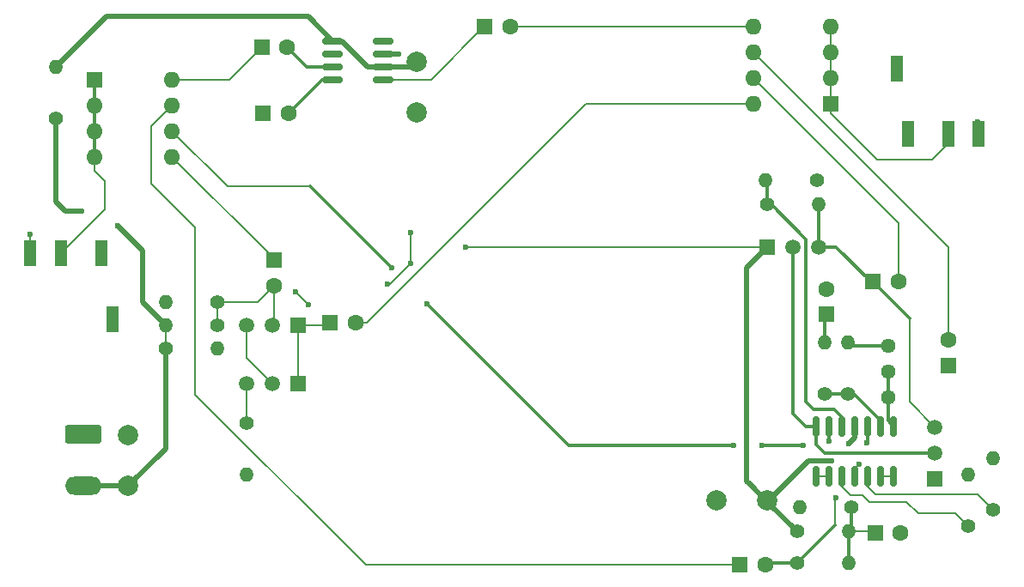
<source format=gbr>
%TF.GenerationSoftware,KiCad,Pcbnew,8.0.6*%
%TF.CreationDate,2025-02-24T21:09:14+02:00*%
%TF.ProjectId,Amplicator_1,416d706c-6963-4617-946f-725f312e6b69,rev?*%
%TF.SameCoordinates,Original*%
%TF.FileFunction,Copper,L1,Top*%
%TF.FilePolarity,Positive*%
%FSLAX46Y46*%
G04 Gerber Fmt 4.6, Leading zero omitted, Abs format (unit mm)*
G04 Created by KiCad (PCBNEW 8.0.6) date 2025-02-24 21:09:14*
%MOMM*%
%LPD*%
G01*
G04 APERTURE LIST*
G04 Aperture macros list*
%AMRoundRect*
0 Rectangle with rounded corners*
0 $1 Rounding radius*
0 $2 $3 $4 $5 $6 $7 $8 $9 X,Y pos of 4 corners*
0 Add a 4 corners polygon primitive as box body*
4,1,4,$2,$3,$4,$5,$6,$7,$8,$9,$2,$3,0*
0 Add four circle primitives for the rounded corners*
1,1,$1+$1,$2,$3*
1,1,$1+$1,$4,$5*
1,1,$1+$1,$6,$7*
1,1,$1+$1,$8,$9*
0 Add four rect primitives between the rounded corners*
20,1,$1+$1,$2,$3,$4,$5,0*
20,1,$1+$1,$4,$5,$6,$7,0*
20,1,$1+$1,$6,$7,$8,$9,0*
20,1,$1+$1,$8,$9,$2,$3,0*%
G04 Aperture macros list end*
%TA.AperFunction,ComponentPad*%
%ADD10C,1.400000*%
%TD*%
%TA.AperFunction,ComponentPad*%
%ADD11O,1.400000X1.400000*%
%TD*%
%TA.AperFunction,ComponentPad*%
%ADD12RoundRect,0.250000X-1.550000X0.650000X-1.550000X-0.650000X1.550000X-0.650000X1.550000X0.650000X0*%
%TD*%
%TA.AperFunction,ComponentPad*%
%ADD13O,3.600000X1.800000*%
%TD*%
%TA.AperFunction,ComponentPad*%
%ADD14C,2.000000*%
%TD*%
%TA.AperFunction,ComponentPad*%
%ADD15R,1.600000X1.600000*%
%TD*%
%TA.AperFunction,ComponentPad*%
%ADD16C,1.600000*%
%TD*%
%TA.AperFunction,ComponentPad*%
%ADD17C,1.440000*%
%TD*%
%TA.AperFunction,ComponentPad*%
%ADD18R,1.500000X1.500000*%
%TD*%
%TA.AperFunction,ComponentPad*%
%ADD19C,1.500000*%
%TD*%
%TA.AperFunction,SMDPad,CuDef*%
%ADD20RoundRect,0.150000X-0.150000X0.825000X-0.150000X-0.825000X0.150000X-0.825000X0.150000X0.825000X0*%
%TD*%
%TA.AperFunction,ComponentPad*%
%ADD21O,1.600000X1.600000*%
%TD*%
%TA.AperFunction,SMDPad,CuDef*%
%ADD22RoundRect,0.150000X-0.825000X-0.150000X0.825000X-0.150000X0.825000X0.150000X-0.825000X0.150000X0*%
%TD*%
%TA.AperFunction,SMDPad,CuDef*%
%ADD23R,1.200000X2.500000*%
%TD*%
%TA.AperFunction,ViaPad*%
%ADD24C,0.600000*%
%TD*%
%TA.AperFunction,Conductor*%
%ADD25C,0.500000*%
%TD*%
%TA.AperFunction,Conductor*%
%ADD26C,0.200000*%
%TD*%
%TA.AperFunction,Conductor*%
%ADD27C,0.300000*%
%TD*%
G04 APERTURE END LIST*
D10*
%TO.P,R10,1*%
%TO.N,Net-(U4D-+)*%
X145796000Y-135890000D03*
D11*
%TO.P,R10,2*%
%TO.N,GND*%
X145796000Y-130810000D03*
%TD*%
D10*
%TO.P,R9,1*%
%TO.N,Net-(U4C-+)*%
X143383000Y-137541000D03*
D11*
%TO.P,R9,2*%
%TO.N,GND*%
X143383000Y-132461000D03*
%TD*%
D12*
%TO.P,J3,1,Pin_1*%
%TO.N,GND*%
X56145500Y-128452000D03*
D13*
%TO.P,J3,2,Pin_2*%
%TO.N,12V*%
X56145500Y-133532000D03*
%TD*%
D14*
%TO.P,C5,1*%
%TO.N,GND*%
X118531000Y-135001000D03*
%TO.P,C5,2*%
%TO.N,12V*%
X123531000Y-135001000D03*
%TD*%
%TO.P,C4,1*%
%TO.N,GND*%
X89027000Y-96734000D03*
%TO.P,C4,2*%
%TO.N,+5V*%
X89027000Y-91734000D03*
%TD*%
%TO.P,C3,1*%
%TO.N,12V*%
X60579000Y-133564000D03*
%TO.P,C3,2*%
%TO.N,GND*%
X60579000Y-128564000D03*
%TD*%
D15*
%TO.P,C2,1*%
%TO.N,Net-(U2-OUT+)*%
X95695888Y-88265000D03*
D16*
%TO.P,C2,2*%
%TO.N,/O4*%
X98195888Y-88265000D03*
%TD*%
D15*
%TO.P,C11,1*%
%TO.N,Net-(Q3-C)*%
X80455888Y-117475000D03*
D16*
%TO.P,C11,2*%
%TO.N,/O1*%
X82955888Y-117475000D03*
%TD*%
D17*
%TO.P,RV3,1,1*%
%TO.N,Net-(R3-Pad2)*%
X135434000Y-119776000D03*
%TO.P,RV3,2,2*%
%TO.N,Net-(C8-Pad1)*%
X135434000Y-122316000D03*
%TO.P,RV3,3,3*%
X135434000Y-124856000D03*
%TD*%
D10*
%TO.P,R1,1*%
%TO.N,Net-(U4A--)*%
X129211000Y-124460000D03*
D11*
%TO.P,R1,2*%
%TO.N,Net-(C7-Pad1)*%
X129211000Y-119380000D03*
%TD*%
D10*
%TO.P,R26,1*%
%TO.N,12V*%
X64259563Y-120023000D03*
D11*
%TO.P,R26,2*%
%TO.N,Net-(Q3-C)*%
X69339563Y-120023000D03*
%TD*%
D15*
%TO.P,C8,1*%
%TO.N,Net-(C8-Pad1)*%
X141403000Y-121681000D03*
D16*
%TO.P,C8,2*%
%TO.N,/O3*%
X141403000Y-119181000D03*
%TD*%
D10*
%TO.P,R2,1*%
%TO.N,Net-(U4B-+)*%
X123496000Y-105806000D03*
D11*
%TO.P,R2,2*%
%TO.N,Net-(Q1-E)*%
X128576000Y-105806000D03*
%TD*%
D15*
%TO.P,C7,1*%
%TO.N,Net-(C7-Pad1)*%
X129338000Y-116663112D03*
D16*
%TO.P,C7,2*%
%TO.N,GND*%
X129338000Y-114163112D03*
%TD*%
D18*
%TO.P,Q1,1,C*%
%TO.N,GND*%
X140060000Y-132842000D03*
D19*
%TO.P,Q1,2,B*%
%TO.N,Net-(Q1-B)*%
X140060000Y-130302000D03*
%TO.P,Q1,3,E*%
%TO.N,Net-(Q1-E)*%
X140060000Y-127762000D03*
%TD*%
D15*
%TO.P,C9,1*%
%TO.N,/Rr2*%
X120829000Y-141366000D03*
D16*
%TO.P,C9,2*%
%TO.N,Net-(U4A-+)*%
X123329000Y-141366000D03*
%TD*%
D20*
%TO.P,U4,1*%
%TO.N,Net-(C8-Pad1)*%
X136004112Y-127715000D03*
%TO.P,U4,2,-*%
%TO.N,Net-(U4A--)*%
X134734112Y-127715000D03*
%TO.P,U4,3,+*%
%TO.N,Net-(U4A-+)*%
X133464112Y-127715000D03*
%TO.P,U4,4,V+*%
%TO.N,12V*%
X132194112Y-127715000D03*
%TO.P,U4,5,+*%
%TO.N,Net-(U4B-+)*%
X130924112Y-127715000D03*
%TO.P,U4,6,-*%
%TO.N,/Rr3*%
X129654112Y-127715000D03*
%TO.P,U4,7*%
%TO.N,Net-(Q1-B)*%
X128384112Y-127715000D03*
%TO.P,U4,8*%
%TO.N,Net-(U4C--)*%
X128384112Y-132665000D03*
%TO.P,U4,9,-*%
X129654112Y-132665000D03*
%TO.P,U4,10,+*%
%TO.N,Net-(U4C-+)*%
X130924112Y-132665000D03*
%TO.P,U4,11,V-*%
%TO.N,GND*%
X132194112Y-132665000D03*
%TO.P,U4,12,+*%
%TO.N,Net-(U4D-+)*%
X133464112Y-132665000D03*
%TO.P,U4,13,-*%
%TO.N,Net-(U4D--)*%
X134734112Y-132665000D03*
%TO.P,U4,14*%
X136004112Y-132665000D03*
%TD*%
D10*
%TO.P,R4,1*%
%TO.N,GND*%
X128449000Y-103393000D03*
D11*
%TO.P,R4,2*%
%TO.N,Net-(U4B-+)*%
X123369000Y-103393000D03*
%TD*%
D15*
%TO.P,C1,1*%
%TO.N,Net-(Q1-E)*%
X133974888Y-113426000D03*
D16*
%TO.P,C1,2*%
%TO.N,/O2*%
X136474888Y-113426000D03*
%TD*%
D18*
%TO.P,Q4,1,C*%
%TO.N,Net-(Q3-C)*%
X77343000Y-117729000D03*
D19*
%TO.P,Q4,2,B*%
%TO.N,Net-(Q4-B)*%
X74803000Y-117729000D03*
%TO.P,Q4,3,E*%
%TO.N,Net-(Q3-B)*%
X72263000Y-117729000D03*
%TD*%
D15*
%TO.P,SW3,1*%
%TO.N,Net-(J2-PadR1)*%
X129794000Y-95885000D03*
D21*
%TO.P,SW3,2*%
X129794000Y-93345000D03*
%TO.P,SW3,3*%
X129794000Y-90805000D03*
%TO.P,SW3,4*%
X129794000Y-88265000D03*
%TO.P,SW3,5*%
%TO.N,/O4*%
X122174000Y-88265000D03*
%TO.P,SW3,6*%
%TO.N,/O3*%
X122174000Y-90805000D03*
%TO.P,SW3,7*%
%TO.N,/O2*%
X122174000Y-93345000D03*
%TO.P,SW3,8*%
%TO.N,/O1*%
X122174000Y-95885000D03*
%TD*%
D10*
%TO.P,R6,1*%
%TO.N,12V*%
X126479112Y-138039000D03*
D11*
%TO.P,R6,2*%
%TO.N,Net-(C10-Pad1)*%
X131559112Y-138039000D03*
%TD*%
D10*
%TO.P,R27,1*%
%TO.N,Net-(Q4-B)*%
X69342000Y-115443000D03*
D11*
%TO.P,R27,2*%
%TO.N,GND*%
X64262000Y-115443000D03*
%TD*%
D18*
%TO.P,Q2,1,C*%
%TO.N,12V*%
X123496000Y-109976000D03*
D19*
%TO.P,Q2,2,B*%
%TO.N,Net-(Q1-B)*%
X126036000Y-109976000D03*
%TO.P,Q2,3,E*%
%TO.N,Net-(Q1-E)*%
X128576000Y-109976000D03*
%TD*%
D18*
%TO.P,Q3,1,C*%
%TO.N,Net-(Q3-C)*%
X77343000Y-123519000D03*
D19*
%TO.P,Q3,2,B*%
%TO.N,Net-(Q3-B)*%
X74803000Y-123519000D03*
%TO.P,Q3,3,E*%
%TO.N,Net-(Q3-E)*%
X72263000Y-123519000D03*
%TD*%
D10*
%TO.P,R25,1*%
%TO.N,Net-(Q4-B)*%
X69342000Y-117729000D03*
D11*
%TO.P,R25,2*%
%TO.N,12V*%
X64262000Y-117729000D03*
%TD*%
D22*
%TO.P,U2,1,~{SD}*%
%TO.N,+5V*%
X80710001Y-89662000D03*
%TO.P,U2,2,NC*%
%TO.N,unconnected-(U2-NC-Pad2)*%
X80710001Y-90932000D03*
%TO.P,U2,3,IN+*%
%TO.N,Net-(U2-IN+)*%
X80710001Y-92202000D03*
%TO.P,U2,4,IN-*%
%TO.N,Net-(U2-IN-)*%
X80710001Y-93472000D03*
%TO.P,U2,5,OUT+*%
%TO.N,Net-(U2-OUT+)*%
X85660001Y-93472000D03*
%TO.P,U2,6,VDD*%
%TO.N,+5V*%
X85660001Y-92202000D03*
%TO.P,U2,7,GND*%
%TO.N,GND*%
X85660001Y-90932000D03*
%TO.P,U2,8,OUT-*%
%TO.N,unconnected-(U2-OUT--Pad8)*%
X85660001Y-89662000D03*
%TD*%
D15*
%TO.P,SW2,1*%
%TO.N,Net-(J1-PadR1)*%
X57277000Y-93472000D03*
D21*
%TO.P,SW2,2*%
X57277000Y-96012000D03*
%TO.P,SW2,3*%
X57277000Y-98552000D03*
%TO.P,SW2,4*%
X57277000Y-101092000D03*
%TO.P,SW2,5*%
%TO.N,/Rr4*%
X64897000Y-101092000D03*
%TO.P,SW2,6*%
%TO.N,/Rr3*%
X64897000Y-98552000D03*
%TO.P,SW2,7*%
%TO.N,/Rr2*%
X64897000Y-96012000D03*
%TO.P,SW2,8*%
%TO.N,/Rr1*%
X64897000Y-93472000D03*
%TD*%
D10*
%TO.P,R3,1*%
%TO.N,Net-(U4A--)*%
X131497000Y-124460000D03*
D11*
%TO.P,R3,2*%
%TO.N,Net-(R3-Pad2)*%
X131497000Y-119380000D03*
%TD*%
D10*
%TO.P,R28,1*%
%TO.N,Net-(Q3-E)*%
X72263000Y-127381000D03*
D11*
%TO.P,R28,2*%
%TO.N,GND*%
X72263000Y-132461000D03*
%TD*%
D23*
%TO.P,J1,T*%
%TO.N,unconnected-(J1-PadT)*%
X57927000Y-110617000D03*
%TO.P,J1,S*%
%TO.N,unconnected-(J1-PadS)*%
X59027000Y-117117000D03*
%TO.P,J1,R2*%
%TO.N,GND*%
X50927000Y-110617000D03*
%TO.P,J1,R1*%
%TO.N,Net-(J1-PadR1)*%
X53927000Y-110617000D03*
%TD*%
D10*
%TO.P,R5,1*%
%TO.N,Net-(C10-Pad1)*%
X131813112Y-135651000D03*
D11*
%TO.P,R5,2*%
%TO.N,GND*%
X126733112Y-135651000D03*
%TD*%
D15*
%TO.P,C13,1*%
%TO.N,GND*%
X73851888Y-96774000D03*
D16*
%TO.P,C13,2*%
%TO.N,Net-(U2-IN-)*%
X76351888Y-96774000D03*
%TD*%
D15*
%TO.P,C10,1*%
%TO.N,Net-(C10-Pad1)*%
X134176888Y-138176000D03*
D16*
%TO.P,C10,2*%
%TO.N,GND*%
X136676888Y-138176000D03*
%TD*%
D23*
%TO.P,J2,R1*%
%TO.N,Net-(J2-PadR1)*%
X141374000Y-98881000D03*
%TO.P,J2,R2*%
%TO.N,GND*%
X144374000Y-98881000D03*
%TO.P,J2,S*%
%TO.N,unconnected-(J2-PadS)*%
X136274000Y-92381000D03*
%TO.P,J2,T*%
%TO.N,unconnected-(J2-PadT)*%
X137374000Y-98881000D03*
%TD*%
D15*
%TO.P,C18,1*%
%TO.N,/Rr4*%
X74930000Y-111316887D03*
D16*
%TO.P,C18,2*%
%TO.N,Net-(Q4-B)*%
X74930000Y-113816887D03*
%TD*%
D10*
%TO.P,R8,1*%
%TO.N,12V*%
X53467000Y-97282000D03*
D11*
%TO.P,R8,2*%
%TO.N,+5V*%
X53467000Y-92202000D03*
%TD*%
D10*
%TO.P,R7,1*%
%TO.N,Net-(U4A-+)*%
X126479112Y-141189000D03*
D11*
%TO.P,R7,2*%
%TO.N,Net-(C10-Pad1)*%
X131559112Y-141189000D03*
%TD*%
D15*
%TO.P,C12,1*%
%TO.N,/Rr1*%
X73724888Y-90297000D03*
D16*
%TO.P,C12,2*%
%TO.N,Net-(U2-IN+)*%
X76224888Y-90297000D03*
%TD*%
D24*
%TO.N,GND*%
X78359000Y-115697000D03*
X77089000Y-114427000D03*
X86106000Y-113665000D03*
X88392000Y-108585000D03*
X88392000Y-111633000D03*
%TO.N,12V*%
X93853000Y-109982000D03*
X131572000Y-129413000D03*
X129921000Y-131094000D03*
%TO.N,GND*%
X132588000Y-131445000D03*
%TO.N,12V*%
X59499500Y-107886500D03*
X56007000Y-106426000D03*
%TO.N,GND*%
X50927000Y-108712000D03*
X87249000Y-90932000D03*
X144272000Y-97663000D03*
%TO.N,Net-(U4A-+)*%
X133350000Y-129286000D03*
%TO.N,/Rr3*%
X120269000Y-129540000D03*
X123063000Y-129540000D03*
X127127000Y-129540000D03*
X90043000Y-115570000D03*
X86550500Y-112077500D03*
X129667000Y-129159000D03*
%TO.N,Net-(U4A-+)*%
X130302000Y-134747000D03*
%TD*%
D25*
%TO.N,+5V*%
X88559000Y-92202000D02*
X89027000Y-91734000D01*
X85660001Y-92202000D02*
X88559000Y-92202000D01*
D26*
%TO.N,Net-(J1-PadR1)*%
X57277000Y-102489000D02*
X57277000Y-101092000D01*
X58293000Y-103505000D02*
X57277000Y-102489000D01*
%TO.N,Net-(U4D--)*%
X134734112Y-132665000D02*
X136004112Y-132665000D01*
%TO.N,Net-(U4C--)*%
X128384112Y-132665000D02*
X129654112Y-132665000D01*
D25*
%TO.N,12V*%
X64259563Y-129883437D02*
X64259563Y-120023000D01*
X60579000Y-133564000D02*
X64259563Y-129883437D01*
D26*
X60547000Y-133532000D02*
X60579000Y-133564000D01*
D25*
X56145500Y-133532000D02*
X60547000Y-133532000D01*
D26*
%TO.N,Net-(U4D-+)*%
X133464112Y-133639999D02*
X133464112Y-132665000D01*
X134190113Y-134366000D02*
X133464112Y-133639999D01*
X145796000Y-135890000D02*
X144272000Y-134366000D01*
X144272000Y-134366000D02*
X134190113Y-134366000D01*
%TO.N,Net-(U4C-+)*%
X130924112Y-133639999D02*
X130924112Y-132665000D01*
X131777113Y-134493000D02*
X130924112Y-133639999D01*
X137287000Y-135128000D02*
X133604000Y-135128000D01*
X138430000Y-136271000D02*
X137287000Y-135128000D01*
X132969000Y-134493000D02*
X131777113Y-134493000D01*
X142113000Y-136271000D02*
X138430000Y-136271000D01*
X143383000Y-137541000D02*
X142113000Y-136271000D01*
X133604000Y-135128000D02*
X132969000Y-134493000D01*
D27*
%TO.N,Net-(Q1-B)*%
X129174000Y-130317000D02*
X128384112Y-129527112D01*
X131602239Y-130302000D02*
X131587239Y-130317000D01*
X140060000Y-130302000D02*
X131602239Y-130302000D01*
X131587239Y-130317000D02*
X129174000Y-130317000D01*
X128384112Y-129527112D02*
X128384112Y-127715000D01*
D25*
%TO.N,12V*%
X132194112Y-128790888D02*
X132194112Y-127715000D01*
X131572000Y-129413000D02*
X132194112Y-128790888D01*
D26*
%TO.N,GND*%
X132194112Y-131838888D02*
X132194112Y-132665000D01*
X132588000Y-131445000D02*
X132194112Y-131838888D01*
X144272000Y-98779000D02*
X144374000Y-98881000D01*
X144272000Y-97663000D02*
X144272000Y-98779000D01*
%TO.N,Net-(J2-PadR1)*%
X129794000Y-96774000D02*
X129794000Y-95885000D01*
X134366000Y-101346000D02*
X129794000Y-96774000D01*
X139827000Y-101346000D02*
X134366000Y-101346000D01*
X141323000Y-99850000D02*
X139827000Y-101346000D01*
X141323000Y-98932000D02*
X141323000Y-99850000D01*
X141374000Y-98881000D02*
X141323000Y-98932000D01*
D25*
%TO.N,+5V*%
X58420000Y-87249000D02*
X78297001Y-87249000D01*
%TO.N,12V*%
X56007000Y-106426000D02*
X54356000Y-106426000D01*
X54356000Y-106426000D02*
X53467000Y-105537000D01*
X53467000Y-105537000D02*
X53467000Y-97282000D01*
%TO.N,+5V*%
X53467000Y-92202000D02*
X58420000Y-87249000D01*
X78297001Y-87249000D02*
X80710001Y-89662000D01*
D26*
%TO.N,/O4*%
X98195888Y-88265000D02*
X122174000Y-88265000D01*
%TO.N,Net-(U2-OUT+)*%
X90424000Y-93472000D02*
X85660001Y-93472000D01*
X95631000Y-88265000D02*
X90424000Y-93472000D01*
X95695888Y-88265000D02*
X95631000Y-88265000D01*
D27*
%TO.N,Net-(U4B-+)*%
X130924112Y-126740001D02*
X130924112Y-127715000D01*
X130168111Y-125984000D02*
X130924112Y-126740001D01*
D26*
%TO.N,/Rr1*%
X70549888Y-93472000D02*
X73724888Y-90297000D01*
D25*
%TO.N,12V*%
X61976000Y-110363000D02*
X61976000Y-115443000D01*
X59499500Y-107886500D02*
X61976000Y-110363000D01*
X61976000Y-115443000D02*
X64262000Y-117729000D01*
D26*
%TO.N,GND*%
X78359000Y-115697000D02*
X77089000Y-114427000D01*
X86360000Y-113665000D02*
X86106000Y-113665000D01*
X88392000Y-111633000D02*
X86360000Y-113665000D01*
X88392000Y-108585000D02*
X88392000Y-111633000D01*
D27*
%TO.N,/Rr3*%
X78486000Y-104013000D02*
X86550500Y-112077500D01*
D26*
%TO.N,12V*%
X93859000Y-109976000D02*
X123496000Y-109976000D01*
X93853000Y-109982000D02*
X93859000Y-109976000D01*
D25*
X127605000Y-131094000D02*
X123569556Y-135129444D01*
X129921000Y-131094000D02*
X127605000Y-131094000D01*
X123569556Y-135129444D02*
X121972000Y-133531888D01*
X126479112Y-138039000D02*
X123569556Y-135129444D01*
D26*
%TO.N,/O1*%
X105677258Y-95885000D02*
X122174000Y-95885000D01*
X84087258Y-117475000D02*
X105677258Y-95885000D01*
X82955888Y-117475000D02*
X84087258Y-117475000D01*
%TO.N,/O3*%
X141403000Y-110034000D02*
X122174000Y-90805000D01*
X141403000Y-119181000D02*
X141403000Y-110034000D01*
%TO.N,/O2*%
X136474888Y-107645888D02*
X136474888Y-113426000D01*
X122174000Y-93345000D02*
X136474888Y-107645888D01*
%TO.N,Net-(Q1-E)*%
X137593000Y-117044112D02*
X137593000Y-125295000D01*
X137593000Y-125295000D02*
X140060000Y-127762000D01*
%TO.N,Net-(C10-Pad1)*%
X134039888Y-138039000D02*
X134176888Y-138176000D01*
X131559112Y-138039000D02*
X134039888Y-138039000D01*
D27*
%TO.N,Net-(U4B-+)*%
X128143000Y-125984000D02*
X130168111Y-125984000D01*
X127381000Y-125222000D02*
X128143000Y-125984000D01*
X127381000Y-109220000D02*
X127381000Y-125222000D01*
X123967000Y-105806000D02*
X127381000Y-109220000D01*
X123496000Y-105806000D02*
X123967000Y-105806000D01*
%TO.N,/Rr3*%
X127127000Y-129540000D02*
X123063000Y-129540000D01*
X129654112Y-129146112D02*
X129654112Y-127715000D01*
X129667000Y-129159000D02*
X129654112Y-129146112D01*
%TO.N,Net-(U4A-+)*%
X133464112Y-129171888D02*
X133464112Y-127715000D01*
X133350000Y-129286000D02*
X133464112Y-129171888D01*
%TO.N,Net-(U4A--)*%
X134734112Y-127103163D02*
X134734112Y-127715000D01*
X132090949Y-124460000D02*
X134734112Y-127103163D01*
X129211000Y-124460000D02*
X132090949Y-124460000D01*
%TO.N,Net-(Q1-E)*%
X133746000Y-113426000D02*
X133974888Y-113426000D01*
X130317000Y-109997000D02*
X133746000Y-113426000D01*
X128576000Y-109976000D02*
X128597000Y-109997000D01*
X128597000Y-109997000D02*
X130317000Y-109997000D01*
%TO.N,Net-(Q1-B)*%
X126036000Y-126417000D02*
X126036000Y-109976000D01*
X127334000Y-127715000D02*
X126036000Y-126417000D01*
X128384112Y-127715000D02*
X127334000Y-127715000D01*
D25*
%TO.N,12V*%
X123496000Y-110057000D02*
X123496000Y-109976000D01*
X121539000Y-112014000D02*
X123496000Y-110057000D01*
X121539000Y-133098888D02*
X121539000Y-112014000D01*
X121972000Y-133531888D02*
X121539000Y-133098888D01*
D27*
%TO.N,/Rr3*%
X104013000Y-129540000D02*
X90043000Y-115570000D01*
X120269000Y-129540000D02*
X104013000Y-129540000D01*
D26*
%TO.N,/Rr2*%
X62865000Y-98044000D02*
X64897000Y-96012000D01*
X62865000Y-103759000D02*
X62865000Y-98044000D01*
X67183000Y-108077000D02*
X62865000Y-103759000D01*
X67183000Y-124587000D02*
X67183000Y-108077000D01*
X83962000Y-141366000D02*
X67183000Y-124587000D01*
X120829000Y-141366000D02*
X83962000Y-141366000D01*
%TO.N,Net-(J2-PadR1)*%
X129794000Y-88265000D02*
X129794000Y-95885000D01*
%TO.N,Net-(Q3-C)*%
X77343000Y-117729000D02*
X77343000Y-123519000D01*
X80201888Y-117729000D02*
X80455888Y-117475000D01*
X77343000Y-117729000D02*
X80201888Y-117729000D01*
%TO.N,12V*%
X64259563Y-117731437D02*
X64262000Y-117729000D01*
X64259563Y-120023000D02*
X64259563Y-117731437D01*
%TO.N,Net-(U4A-+)*%
X130254112Y-134794888D02*
X130302000Y-134747000D01*
X130254112Y-137414000D02*
X130254112Y-134794888D01*
%TO.N,Net-(Q3-E)*%
X72263000Y-123519000D02*
X72263000Y-127381000D01*
%TO.N,Net-(Q3-B)*%
X72263000Y-120979000D02*
X74803000Y-123519000D01*
X72263000Y-117729000D02*
X72263000Y-120979000D01*
%TO.N,Net-(Q4-B)*%
X73303887Y-115443000D02*
X74930000Y-113816887D01*
X69342000Y-115443000D02*
X73303887Y-115443000D01*
X69342000Y-117729000D02*
X69342000Y-115443000D01*
X74930000Y-117602000D02*
X74803000Y-117729000D01*
X74930000Y-113816887D02*
X74930000Y-117602000D01*
%TO.N,GND*%
X50927000Y-110617000D02*
X50927000Y-108712000D01*
D25*
%TO.N,+5V*%
X81661000Y-89662000D02*
X80710001Y-89662000D01*
X84201000Y-92202000D02*
X81661000Y-89662000D01*
X85660001Y-92202000D02*
X84201000Y-92202000D01*
%TO.N,GND*%
X85660001Y-90932000D02*
X87249000Y-90932000D01*
D26*
%TO.N,/Rr1*%
X64897000Y-93472000D02*
X70549888Y-93472000D01*
%TO.N,/Rr3*%
X78486000Y-104013000D02*
X70358000Y-104013000D01*
X70358000Y-104013000D02*
X64897000Y-98552000D01*
%TO.N,/Rr4*%
X74676000Y-110871000D02*
X74676000Y-110998000D01*
X64897000Y-101092000D02*
X74676000Y-110871000D01*
%TO.N,Net-(J1-PadR1)*%
X58293000Y-106251000D02*
X58293000Y-103505000D01*
X53927000Y-110617000D02*
X58293000Y-106251000D01*
D27*
%TO.N,Net-(U2-IN-)*%
X76351888Y-96774000D02*
X79653888Y-93472000D01*
X79653888Y-93472000D02*
X80710001Y-93472000D01*
%TO.N,Net-(U2-IN+)*%
X78129888Y-92202000D02*
X80710001Y-92202000D01*
X76224888Y-90297000D02*
X78129888Y-92202000D01*
%TO.N,Net-(C7-Pad1)*%
X129211000Y-116790112D02*
X129338000Y-116663112D01*
X129211000Y-119776000D02*
X129211000Y-116790112D01*
%TO.N,Net-(C8-Pad1)*%
X135434000Y-127144888D02*
X136004112Y-127715000D01*
X140768000Y-122316000D02*
X141403000Y-121681000D01*
X135434000Y-124856000D02*
X135434000Y-122316000D01*
X135434000Y-124856000D02*
X135434000Y-127144888D01*
%TO.N,Net-(C10-Pad1)*%
X131559112Y-141189000D02*
X131559112Y-138039000D01*
X131813112Y-137785000D02*
X131559112Y-138039000D01*
X131813112Y-135651000D02*
X131813112Y-137785000D01*
%TO.N,Net-(R3-Pad2)*%
X131497000Y-119776000D02*
X135434000Y-119776000D01*
D25*
%TO.N,12V*%
X121972000Y-133531888D02*
X121663112Y-133223000D01*
D27*
%TO.N,Net-(J1-PadR1)*%
X57277000Y-93472000D02*
X57277000Y-101092000D01*
%TO.N,Net-(Q1-E)*%
X137593000Y-117044112D02*
X133974888Y-113426000D01*
X128576000Y-105806000D02*
X128576000Y-109976000D01*
X128449000Y-105933000D02*
X128576000Y-105806000D01*
%TO.N,Net-(U4A-+)*%
X126302112Y-141366000D02*
X126479112Y-141189000D01*
X126479112Y-141189000D02*
X123506000Y-141189000D01*
X123506000Y-141189000D02*
X123329000Y-141366000D01*
X126479112Y-141189000D02*
X130254112Y-137414000D01*
%TO.N,Net-(U4B-+)*%
X123496000Y-105806000D02*
X123496000Y-103520000D01*
X123496000Y-103520000D02*
X123369000Y-103393000D01*
%TD*%
M02*

</source>
